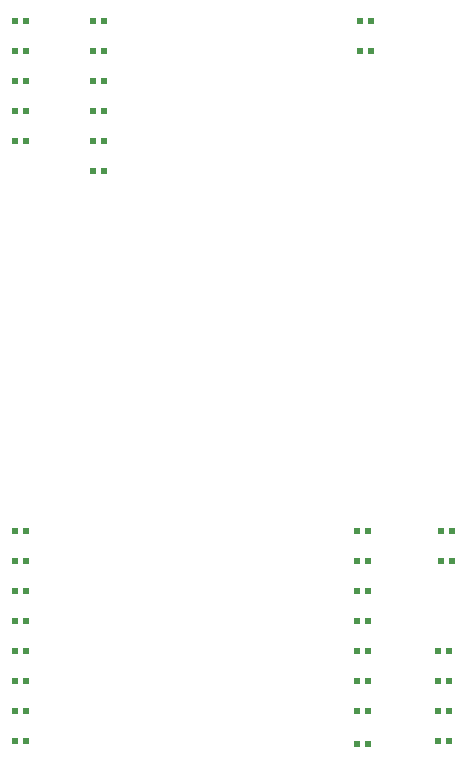
<source format=gbr>
G04 EAGLE Gerber RS-274X export*
G75*
%MOMM*%
%FSLAX34Y34*%
%LPD*%
%INSolderpaste Bottom*%
%IPPOS*%
%AMOC8*
5,1,8,0,0,1.08239X$1,22.5*%
G01*
%ADD10R,0.600000X0.500000*%


D10*
X876220Y622300D03*
X866220Y622300D03*
X876220Y647700D03*
X866220Y647700D03*
X1092280Y749300D03*
X1102280Y749300D03*
X1092280Y723900D03*
X1102280Y723900D03*
X1089740Y190500D03*
X1099740Y190500D03*
X1089740Y165100D03*
X1099740Y165100D03*
X1089740Y137160D03*
X1099740Y137160D03*
X1170860Y317500D03*
X1160860Y317500D03*
X1170860Y292100D03*
X1160860Y292100D03*
X1089740Y317500D03*
X1099740Y317500D03*
X1089740Y292100D03*
X1099740Y292100D03*
X1089740Y266700D03*
X1099740Y266700D03*
X1089740Y215900D03*
X1099740Y215900D03*
X1089740Y241300D03*
X1099740Y241300D03*
X800180Y647700D03*
X810180Y647700D03*
X800180Y749300D03*
X810180Y749300D03*
X800180Y723900D03*
X810180Y723900D03*
X876220Y749300D03*
X866220Y749300D03*
X876220Y723900D03*
X866220Y723900D03*
X800180Y673100D03*
X810180Y673100D03*
X876220Y698500D03*
X866220Y698500D03*
X876220Y673100D03*
X866220Y673100D03*
X800180Y317500D03*
X810180Y317500D03*
X800180Y292100D03*
X810180Y292100D03*
X800180Y266700D03*
X810180Y266700D03*
X800180Y241300D03*
X810180Y241300D03*
X800180Y215900D03*
X810180Y215900D03*
X800180Y190500D03*
X810180Y190500D03*
X800180Y165100D03*
X810180Y165100D03*
X800180Y139700D03*
X810180Y139700D03*
X800180Y698500D03*
X810180Y698500D03*
X1158320Y215900D03*
X1168320Y215900D03*
X1158320Y190500D03*
X1168320Y190500D03*
X1158320Y165100D03*
X1168320Y165100D03*
X1158320Y139700D03*
X1168320Y139700D03*
M02*

</source>
